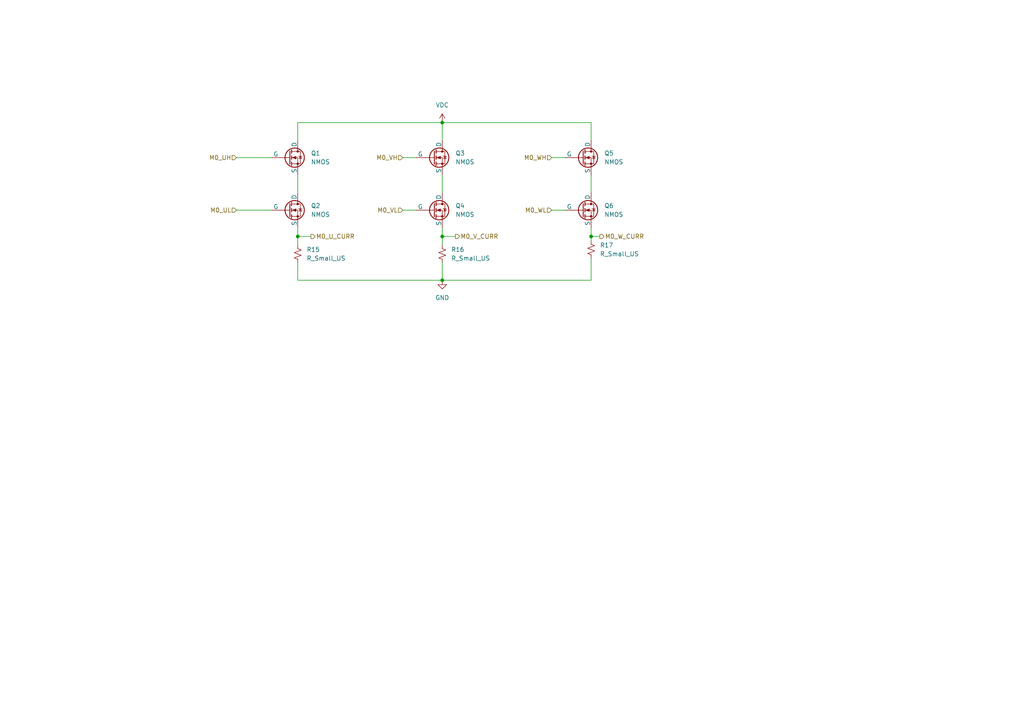
<source format=kicad_sch>
(kicad_sch (version 20250114) (generator "eeschema") (generator_version "9.0")
  (paper "A4")
  (lib_symbols
    (symbol "Device:R_Small_US" (pin_numbers (hide yes)) (pin_names (offset 0.254) (hide yes))
      (property "Reference" "R" (at 0.762 0.508 0))
      (property "Value" "R_Small_US" (at 0.762 -1.016 0))
      (symbol "R_Small_US_1_1"
        (polyline (pts (xy 0 1.524) (xy 1.016 1.143) (xy 0 0.762) (xy -1.016 0.381) (xy 0 0)))
        (polyline (pts (xy 0 0) (xy 1.016 -0.381) (xy 0 -0.762) (xy -1.016 -1.143) (xy 0 -1.524)))
        (pin passive line (at 0 2.54 270) (length 1.016) (name "~") (number "1"))
        (pin passive line (at 0 -2.54 90) (length 1.016) (name "~") (number "2"))
      )
    )
    (symbol "Simulation_SPICE:NMOS" (pin_numbers (hide yes)) (pin_names (offset 0))
      (property "Reference" "Q" (at 5.08 1.27 0))
      (property "Value" "NMOS" (at 5.08 -1.27 0))
      (symbol "NMOS_0_1"
        (polyline (pts (xy 0.254 1.905) (xy 0.254 -1.905)) (stroke (width 0.254)))
        (polyline (pts (xy 0.254 0) (xy -2.54 0)))
        (polyline (pts (xy 0.762 2.286) (xy 0.762 1.27)) (stroke (width 0.254)))
        (polyline (pts (xy 0.762 0.508) (xy 0.762 -0.508)) (stroke (width 0.254)))
        (polyline (pts (xy 0.762 -1.27) (xy 0.762 -2.286)) (stroke (width 0.254)))
        (polyline (pts (xy 0.762 -1.778) (xy 3.302 -1.778) (xy 3.302 1.778) (xy 0.762 1.778)))
        (polyline (pts (xy 1.016 0) (xy 2.032 0.381) (xy 2.032 -0.381) (xy 1.016 0)) (fill (type outline)))
        (circle (center 1.651 0) (radius 2.794) (stroke (width 0.254)))
        (polyline (pts (xy 2.54 2.54) (xy 2.54 1.778)))
        (circle (center 2.54 1.778) (radius 0.254) (fill (type outline)))
        (circle (center 2.54 -1.778) (radius 0.254) (fill (type outline)))
        (polyline (pts (xy 2.54 -2.54) (xy 2.54 0) (xy 0.762 0)))
        (polyline (pts (xy 2.794 0.508) (xy 2.921 0.381) (xy 3.683 0.381) (xy 3.81 0.254)))
        (polyline (pts (xy 3.302 0.381) (xy 2.921 -0.254) (xy 3.683 -0.254) (xy 3.302 0.381)))
      )
      (symbol "NMOS_1_1"
        (pin input line (at -5.08 0 0) (length 2.54) (name "G") (number "2"))
        (pin passive line (at 2.54 5.08 270) (length 2.54) (name "D") (number "1"))
        (pin passive line (at 2.54 -5.08 90) (length 2.54) (name "S") (number "3"))
      )
    )
    (symbol "power:GND" (power) (pin_numbers (hide yes)) (pin_names (offset 0) (hide yes))
      (property "Value" "GND" (at 0 -3.81 0))
      (symbol "GND_0_1"
        (polyline (pts (xy 0 0) (xy 0 -1.27) (xy 1.27 -1.27) (xy 0 -2.54) (xy -1.27 -1.27) (xy 0 -1.27)))
      )
      (symbol "GND_1_1"
        (pin power_in line (at 0 0 270) (length 0) (name "~") (number "1"))
      )
    )
    (symbol "power:VDC" (power) (pin_numbers (hide yes)) (pin_names (offset 0) (hide yes))
      (property "Value" "VDC" (at 0 3.556 0))
      (symbol "VDC_0_1"
        (polyline (pts (xy -0.762 1.27) (xy 0 2.54)))
        (polyline (pts (xy 0 2.54) (xy 0.762 1.27)))
        (polyline (pts (xy 0 0) (xy 0 2.54)))
      )
      (symbol "VDC_1_1"
        (pin power_in line (at 0 0 90) (length 0) (name "~") (number "1"))
      )
    )
  )
  (junction (at 128.27 81.28))
  (junction (at 171.45 68.58))
  (junction (at 128.27 68.58))
  (junction (at 128.27 35.56))
  (junction (at 86.36 68.58))
  (wire (pts (xy 86.36 40.64) (xy 86.36 35.56)))
  (wire (pts (xy 128.27 35.56) (xy 171.45 35.56)))
  (wire (pts (xy 116.84 45.72) (xy 120.65 45.72)))
  (wire (pts (xy 86.36 35.56) (xy 128.27 35.56)))
  (wire (pts (xy 128.27 68.58) (xy 128.27 71.12)))
  (wire (pts (xy 128.27 66.04) (xy 128.27 68.58)))
  (wire (pts (xy 128.27 35.56) (xy 128.27 40.64)))
  (wire (pts (xy 160.02 45.72) (xy 163.83 45.72)))
  (wire (pts (xy 86.36 66.04) (xy 86.36 68.58)))
  (wire (pts (xy 68.58 45.72) (xy 78.74 45.72)))
  (wire (pts (xy 86.36 68.58) (xy 90.17 68.58)))
  (wire (pts (xy 86.36 81.28) (xy 128.27 81.28)))
  (wire (pts (xy 128.27 76.2) (xy 128.27 81.28)))
  (wire (pts (xy 171.45 68.58) (xy 173.99 68.58)))
  (wire (pts (xy 128.27 68.58) (xy 132.08 68.58)))
  (wire (pts (xy 160.02 60.96) (xy 163.83 60.96)))
  (wire (pts (xy 171.45 35.56) (xy 171.45 40.64)))
  (wire (pts (xy 171.45 66.04) (xy 171.45 68.58)))
  (wire (pts (xy 86.36 68.58) (xy 86.36 71.12)))
  (wire (pts (xy 68.58 60.96) (xy 78.74 60.96)))
  (wire (pts (xy 86.36 50.8) (xy 86.36 55.88)))
  (wire (pts (xy 86.36 76.2) (xy 86.36 81.28)))
  (wire (pts (xy 128.27 50.8) (xy 128.27 55.88)))
  (wire (pts (xy 171.45 50.8) (xy 171.45 55.88)))
  (wire (pts (xy 116.84 60.96) (xy 120.65 60.96)))
  (wire (pts (xy 128.27 81.28) (xy 171.45 81.28)))
  (wire (pts (xy 171.45 68.58) (xy 171.45 69.85)))
  (wire (pts (xy 171.45 81.28) (xy 171.45 74.93)))
  (hierarchical_label "M0_UH" (shape input) (at 68.58 45.72 180))
  (hierarchical_label "M0_V_CURR" (shape output) (at 132.08 68.58 0))
  (hierarchical_label "M0_WH" (shape input) (at 160.02 45.72 180))
  (hierarchical_label "M0_VH" (shape input) (at 116.84 45.72 180))
  (hierarchical_label "M0_W_CURR" (shape output) (at 173.99 68.58 0))
  (hierarchical_label "M0_UL" (shape input) (at 68.58 60.96 180))
  (hierarchical_label "M0_WL" (shape input) (at 160.02 60.96 180))
  (hierarchical_label "M0_U_CURR" (shape output) (at 90.17 68.58 0))
  (hierarchical_label "M0_VL" (shape input) (at 116.84 60.96 180))
  (symbol (lib_id "power:VDC") (at 128.27 35.56 0) (unit 1)
    (property "Reference" "#PWR018" (effects (hide yes)))
    (property "Value" "VDC" (at 128.27 30.48 0))
    (property "Description" "Power symbol creates a global label with name \"VDC\"" (effects (hide yes)))
  )
  (symbol (lib_id "Simulation_SPICE:NMOS") (at 83.82 45.72 0) (unit 1)
    (property "Reference" "Q1" (at 90.17 44.4499 0) (effects (justify left)))
    (property "Value" "NMOS" (at 90.17 46.9899 0) (effects (justify left)))
    (property "Datasheet" "https://ngspice.sourceforge.io/docs/ngspice-html-manual/manual.xhtml#cha_MOSFETs" (effects (hide yes)))
    (property "Description" "N-MOSFET transistor, drain/source/gate" (effects (hide yes)))
    (property "Sim.Device" "NMOS" (effects (hide yes)))
    (property "Sim.Type" "VDMOS" (effects (hide yes)))
    (property "Sim.Pins" "1=D 2=G 3=S" (effects (hide yes)))
  )
  (symbol (lib_id "Device:R_Small_US") (at 86.36 73.66 0) (unit 1)
    (property "Reference" "R15" (at 88.9 72.3899 0) (effects (justify left)))
    (property "Value" "R_Small_US" (at 88.9 74.9299 0) (effects (justify left)))
    (property "Description" "Resistor, small US symbol" (effects (hide yes)))
  )
  (symbol (lib_id "Device:R_Small_US") (at 128.27 73.66 0) (unit 1)
    (property "Reference" "R16" (at 130.81 72.3899 0) (effects (justify left)))
    (property "Value" "R_Small_US" (at 130.81 74.9299 0) (effects (justify left)))
    (property "Description" "Resistor, small US symbol" (effects (hide yes)))
  )
  (symbol (lib_id "Device:R_Small_US") (at 171.45 72.39 0) (unit 1)
    (property "Reference" "R17" (at 173.99 71.1199 0) (effects (justify left)))
    (property "Value" "R_Small_US" (at 173.99 73.6599 0) (effects (justify left)))
    (property "Description" "Resistor, small US symbol" (effects (hide yes)))
  )
  (symbol (lib_id "Simulation_SPICE:NMOS") (at 125.73 45.72 0) (unit 1)
    (property "Reference" "Q3" (at 132.08 44.4499 0) (effects (justify left)))
    (property "Value" "NMOS" (at 132.08 46.9899 0) (effects (justify left)))
    (property "Datasheet" "https://ngspice.sourceforge.io/docs/ngspice-html-manual/manual.xhtml#cha_MOSFETs" (effects (hide yes)))
    (property "Description" "N-MOSFET transistor, drain/source/gate" (effects (hide yes)))
    (property "Sim.Device" "NMOS" (effects (hide yes)))
    (property "Sim.Type" "VDMOS" (effects (hide yes)))
    (property "Sim.Pins" "1=D 2=G 3=S" (effects (hide yes)))
  )
  (symbol (lib_id "Simulation_SPICE:NMOS") (at 125.73 60.96 0) (unit 1)
    (property "Reference" "Q4" (at 132.08 59.6899 0) (effects (justify left)))
    (property "Value" "NMOS" (at 132.08 62.2299 0) (effects (justify left)))
    (property "Datasheet" "https://ngspice.sourceforge.io/docs/ngspice-html-manual/manual.xhtml#cha_MOSFETs" (effects (hide yes)))
    (property "Description" "N-MOSFET transistor, drain/source/gate" (effects (hide yes)))
    (property "Sim.Device" "NMOS" (effects (hide yes)))
    (property "Sim.Type" "VDMOS" (effects (hide yes)))
    (property "Sim.Pins" "1=D 2=G 3=S" (effects (hide yes)))
  )
  (symbol (lib_id "power:GND") (at 128.27 81.28 0) (unit 1)
    (property "Reference" "#PWR019" (effects (hide yes)))
    (property "Value" "GND" (at 128.27 86.36 0))
    (property "Description" "Power symbol creates a global label with name \"GND\" , ground" (effects (hide yes)))
  )
  (symbol (lib_id "Simulation_SPICE:NMOS") (at 83.82 60.96 0) (unit 1)
    (property "Reference" "Q2" (at 90.17 59.6899 0) (effects (justify left)))
    (property "Value" "NMOS" (at 90.17 62.2299 0) (effects (justify left)))
    (property "Datasheet" "https://ngspice.sourceforge.io/docs/ngspice-html-manual/manual.xhtml#cha_MOSFETs" (effects (hide yes)))
    (property "Description" "N-MOSFET transistor, drain/source/gate" (effects (hide yes)))
    (property "Sim.Device" "NMOS" (effects (hide yes)))
    (property "Sim.Type" "VDMOS" (effects (hide yes)))
    (property "Sim.Pins" "1=D 2=G 3=S" (effects (hide yes)))
  )
  (symbol (lib_id "Simulation_SPICE:NMOS") (at 168.91 45.72 0) (unit 1)
    (property "Reference" "Q5" (at 175.26 44.4499 0) (effects (justify left)))
    (property "Value" "NMOS" (at 175.26 46.9899 0) (effects (justify left)))
    (property "Datasheet" "https://ngspice.sourceforge.io/docs/ngspice-html-manual/manual.xhtml#cha_MOSFETs" (effects (hide yes)))
    (property "Description" "N-MOSFET transistor, drain/source/gate" (effects (hide yes)))
    (property "Sim.Device" "NMOS" (effects (hide yes)))
    (property "Sim.Type" "VDMOS" (effects (hide yes)))
    (property "Sim.Pins" "1=D 2=G 3=S" (effects (hide yes)))
  )
  (symbol (lib_id "Simulation_SPICE:NMOS") (at 168.91 60.96 0) (unit 1)
    (property "Reference" "Q6" (at 175.26 59.6899 0) (effects (justify left)))
    (property "Value" "NMOS" (at 175.26 62.2299 0) (effects (justify left)))
    (property "Datasheet" "https://ngspice.sourceforge.io/docs/ngspice-html-manual/manual.xhtml#cha_MOSFETs" (effects (hide yes)))
    (property "Description" "N-MOSFET transistor, drain/source/gate" (effects (hide yes)))
    (property "Sim.Device" "NMOS" (effects (hide yes)))
    (property "Sim.Type" "VDMOS" (effects (hide yes)))
    (property "Sim.Pins" "1=D 2=G 3=S" (effects (hide yes)))
  )
)
</source>
